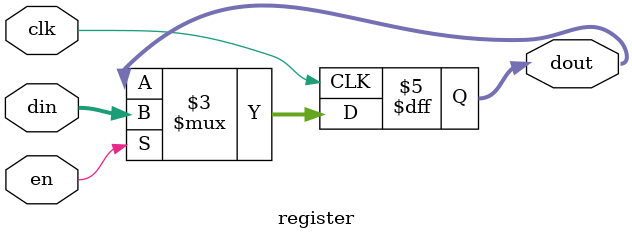
<source format=v>
`default_nettype none

module register(input clk,
                input en,
                input [31:0] din,
                output reg [31:0] dout);

   initial begin
      dout = 0;
   end

   always @(posedge clk) begin
      if (en) begin
         dout <= din;
      end
   end

endmodule // register

</source>
